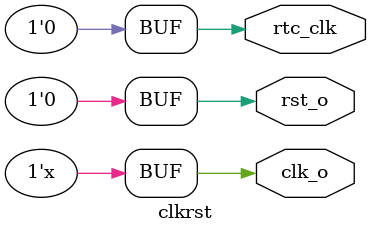
<source format=v>

`include "timescale.vh"

module clkrst(clk_o, rst_o, rtc_clk);

//
// I/O ports
//
output	clk_o;	// Clock
output	rst_o;	// Reset
output	rtc_clk; // (External) RTC clock

//
// Internal regs
//
reg	clk_o;	// Clock
reg	rst_o;	// Reset
reg	rtc_clk; // RTC clock

initial begin
	clk_o = 0;
	rst_o = 1;
	rtc_clk = 0;
	#20;
	rst_o = 0;
end

//
// Clock
//
always #4 clk_o = ~clk_o;

//
// RTC clock generator
//
task gen_rtc_clk;
input	[31:0]	cycles;
integer 	i;
begin
	for (i = 2 * cycles; i; i = i - 1) begin
		#4 rtc_clk = ~rtc_clk;
		if (i % 20000 == 19999)
			$write(".");
	end
end
endtask

endmodule

</source>
